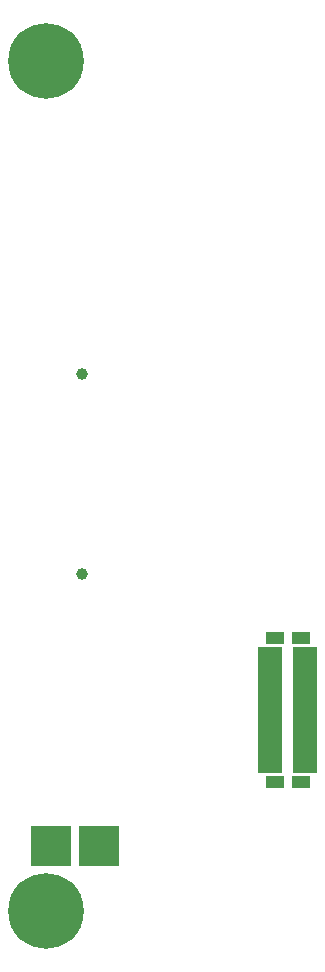
<source format=gbs>
G04 #@! TF.FileFunction,Soldermask,Bot*
%FSLAX46Y46*%
G04 Gerber Fmt 4.6, Leading zero omitted, Abs format (unit mm)*
G04 Created by KiCad (PCBNEW 4.0.6) date Mon Apr 10 15:20:49 2017*
%MOMM*%
%LPD*%
G01*
G04 APERTURE LIST*
%ADD10C,0.100000*%
%ADD11C,1.000000*%
%ADD12R,3.400000X3.400000*%
%ADD13R,2.000000X0.600000*%
%ADD14R,1.600000X1.000000*%
%ADD15C,6.400000*%
G04 APERTURE END LIST*
D10*
D11*
X103100000Y-74500000D03*
X103100000Y-91500000D03*
D12*
X104500000Y-114500000D03*
X100500000Y-114500000D03*
D13*
X122000000Y-108075000D03*
X122000000Y-107725000D03*
X122000000Y-107375000D03*
X122000000Y-107025000D03*
X122000000Y-106675000D03*
X122000000Y-106325000D03*
X122000000Y-105975000D03*
X122000000Y-105625000D03*
X122000000Y-105275000D03*
X122000000Y-104925000D03*
X122000000Y-104575000D03*
X122000000Y-104225000D03*
X122000000Y-103875000D03*
X122000000Y-103525000D03*
X122000000Y-103175000D03*
X122000000Y-102825000D03*
X122000000Y-102475000D03*
X122000000Y-102125000D03*
X122000000Y-101775000D03*
X122000000Y-101425000D03*
X122000000Y-101075000D03*
X122000000Y-100725000D03*
X122000000Y-100375000D03*
X122000000Y-100025000D03*
X122000000Y-99675000D03*
X122000000Y-99325000D03*
X122000000Y-98975000D03*
X122000000Y-98625000D03*
X122000000Y-98275000D03*
X122000000Y-97925000D03*
X119000000Y-108075000D03*
X119000000Y-107725000D03*
X119000000Y-107375000D03*
X119000000Y-107025000D03*
X119000000Y-106675000D03*
X119000000Y-106325000D03*
X119000000Y-105975000D03*
X119000000Y-105625000D03*
X119000000Y-105275000D03*
X119000000Y-104925000D03*
X119000000Y-104575000D03*
X119000000Y-104225000D03*
X119000000Y-103875000D03*
X119000000Y-103525000D03*
X119000000Y-103175000D03*
X119000000Y-102825000D03*
X119000000Y-102475000D03*
X119000000Y-102125000D03*
X119000000Y-101775000D03*
X119000000Y-101425000D03*
X119000000Y-101075000D03*
X119000000Y-100725000D03*
X119000000Y-100375000D03*
X119000000Y-100025000D03*
X119000000Y-99675000D03*
X119000000Y-99325000D03*
X119000000Y-98975000D03*
X119000000Y-98625000D03*
X119000000Y-98275000D03*
X119000000Y-97925000D03*
D14*
X121600000Y-109100000D03*
X119400000Y-109100000D03*
X121600000Y-96900000D03*
X119400000Y-96900000D03*
D15*
X100000000Y-120000000D03*
X100000000Y-48000000D03*
M02*

</source>
